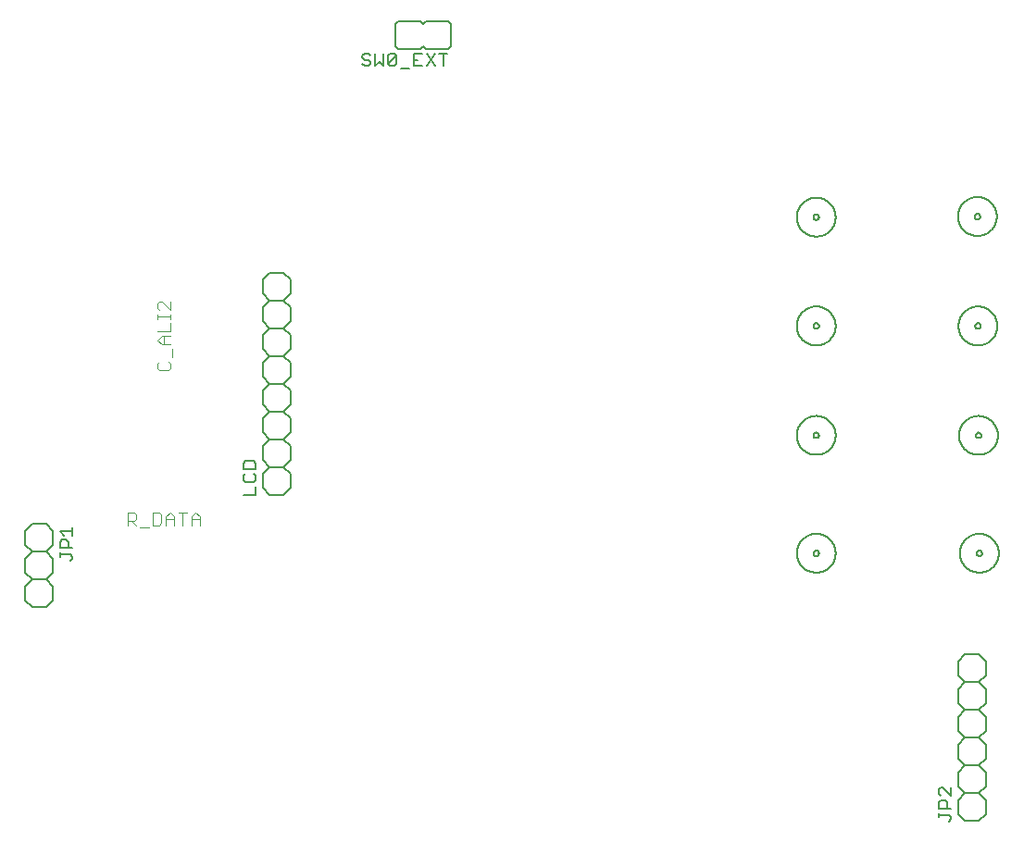
<source format=gbr>
G04 EAGLE Gerber X2 export*
%TF.Part,Single*%
%TF.FileFunction,Legend,Top,1*%
%TF.FilePolarity,Positive*%
%TF.GenerationSoftware,Autodesk,EAGLE,8.7.0*%
%TF.CreationDate,2018-04-01T16:58:45Z*%
G75*
%MOMM*%
%FSLAX34Y34*%
%LPD*%
%AMOC8*
5,1,8,0,0,1.08239X$1,22.5*%
G01*
%ADD10C,0.152400*%
%ADD11C,0.127000*%
%ADD12C,0.101600*%


D10*
X249174Y495808D02*
X249174Y508508D01*
X255524Y514858D01*
X268224Y514858D01*
X274574Y508508D01*
X249174Y470408D02*
X255524Y464058D01*
X249174Y470408D02*
X249174Y483108D01*
X255524Y489458D01*
X268224Y489458D01*
X274574Y483108D01*
X274574Y470408D01*
X268224Y464058D01*
X255524Y489458D02*
X249174Y495808D01*
X268224Y489458D02*
X274574Y495808D01*
X274574Y508508D01*
X249174Y432308D02*
X249174Y419608D01*
X249174Y432308D02*
X255524Y438658D01*
X268224Y438658D01*
X274574Y432308D01*
X255524Y438658D02*
X249174Y445008D01*
X249174Y457708D01*
X255524Y464058D01*
X268224Y464058D01*
X274574Y457708D01*
X274574Y445008D01*
X268224Y438658D01*
X249174Y394208D02*
X255524Y387858D01*
X249174Y394208D02*
X249174Y406908D01*
X255524Y413258D01*
X268224Y413258D01*
X274574Y406908D01*
X274574Y394208D01*
X268224Y387858D01*
X255524Y413258D02*
X249174Y419608D01*
X268224Y413258D02*
X274574Y419608D01*
X274574Y432308D01*
X249174Y356108D02*
X249174Y343408D01*
X249174Y356108D02*
X255524Y362458D01*
X268224Y362458D01*
X274574Y356108D01*
X255524Y362458D02*
X249174Y368808D01*
X249174Y381508D01*
X255524Y387858D01*
X268224Y387858D01*
X274574Y381508D01*
X274574Y368808D01*
X268224Y362458D01*
X268224Y337058D02*
X255524Y337058D01*
X249174Y343408D01*
X268224Y337058D02*
X274574Y343408D01*
X274574Y356108D01*
X249174Y521208D02*
X249174Y533908D01*
X255524Y540258D01*
X268224Y540258D01*
X274574Y533908D01*
X255524Y514858D02*
X249174Y521208D01*
X268224Y514858D02*
X274574Y521208D01*
X274574Y533908D01*
D11*
X242951Y336931D02*
X231511Y336931D01*
X242951Y336931D02*
X242951Y344558D01*
X231511Y354345D02*
X233418Y356251D01*
X231511Y354345D02*
X231511Y350532D01*
X233418Y348625D01*
X241044Y348625D01*
X242951Y350532D01*
X242951Y354345D01*
X241044Y356251D01*
X242951Y360319D02*
X231511Y360319D01*
X242951Y360319D02*
X242951Y366039D01*
X241044Y367945D01*
X233418Y367945D01*
X231511Y366039D01*
X231511Y360319D01*
D12*
X125466Y321086D02*
X125466Y309392D01*
X125466Y321086D02*
X131313Y321086D01*
X133262Y319137D01*
X133262Y315239D01*
X131313Y313290D01*
X125466Y313290D01*
X129364Y313290D02*
X133262Y309392D01*
X137160Y307443D02*
X144956Y307443D01*
X148854Y309392D02*
X148854Y321086D01*
X148854Y309392D02*
X154701Y309392D01*
X156650Y311341D01*
X156650Y319137D01*
X154701Y321086D01*
X148854Y321086D01*
X160548Y317188D02*
X160548Y309392D01*
X160548Y317188D02*
X164446Y321086D01*
X168344Y317188D01*
X168344Y309392D01*
X168344Y315239D02*
X160548Y315239D01*
X176140Y309392D02*
X176140Y321086D01*
X172242Y321086D02*
X180038Y321086D01*
X183936Y317188D02*
X183936Y309392D01*
X183936Y317188D02*
X187834Y321086D01*
X191732Y317188D01*
X191732Y309392D01*
X191732Y315239D02*
X183936Y315239D01*
D10*
X737578Y591299D02*
X737583Y591735D01*
X737599Y592171D01*
X737626Y592607D01*
X737664Y593042D01*
X737712Y593475D01*
X737770Y593908D01*
X737840Y594339D01*
X737920Y594768D01*
X738010Y595195D01*
X738111Y595619D01*
X738222Y596041D01*
X738344Y596460D01*
X738475Y596876D01*
X738617Y597289D01*
X738769Y597698D01*
X738931Y598103D01*
X739103Y598504D01*
X739285Y598901D01*
X739476Y599293D01*
X739677Y599680D01*
X739888Y600063D01*
X740108Y600440D01*
X740337Y600811D01*
X740574Y601177D01*
X740821Y601537D01*
X741077Y601891D01*
X741341Y602238D01*
X741614Y602579D01*
X741895Y602912D01*
X742184Y603239D01*
X742481Y603559D01*
X742786Y603871D01*
X743098Y604176D01*
X743418Y604473D01*
X743745Y604762D01*
X744078Y605043D01*
X744419Y605316D01*
X744766Y605580D01*
X745120Y605836D01*
X745480Y606083D01*
X745846Y606320D01*
X746217Y606549D01*
X746594Y606769D01*
X746977Y606980D01*
X747364Y607181D01*
X747756Y607372D01*
X748153Y607554D01*
X748554Y607726D01*
X748959Y607888D01*
X749368Y608040D01*
X749781Y608182D01*
X750197Y608313D01*
X750616Y608435D01*
X751038Y608546D01*
X751462Y608647D01*
X751889Y608737D01*
X752318Y608817D01*
X752749Y608887D01*
X753182Y608945D01*
X753615Y608993D01*
X754050Y609031D01*
X754486Y609058D01*
X754922Y609074D01*
X755358Y609079D01*
X755794Y609074D01*
X756230Y609058D01*
X756666Y609031D01*
X757101Y608993D01*
X757534Y608945D01*
X757967Y608887D01*
X758398Y608817D01*
X758827Y608737D01*
X759254Y608647D01*
X759678Y608546D01*
X760100Y608435D01*
X760519Y608313D01*
X760935Y608182D01*
X761348Y608040D01*
X761757Y607888D01*
X762162Y607726D01*
X762563Y607554D01*
X762960Y607372D01*
X763352Y607181D01*
X763739Y606980D01*
X764122Y606769D01*
X764499Y606549D01*
X764870Y606320D01*
X765236Y606083D01*
X765596Y605836D01*
X765950Y605580D01*
X766297Y605316D01*
X766638Y605043D01*
X766971Y604762D01*
X767298Y604473D01*
X767618Y604176D01*
X767930Y603871D01*
X768235Y603559D01*
X768532Y603239D01*
X768821Y602912D01*
X769102Y602579D01*
X769375Y602238D01*
X769639Y601891D01*
X769895Y601537D01*
X770142Y601177D01*
X770379Y600811D01*
X770608Y600440D01*
X770828Y600063D01*
X771039Y599680D01*
X771240Y599293D01*
X771431Y598901D01*
X771613Y598504D01*
X771785Y598103D01*
X771947Y597698D01*
X772099Y597289D01*
X772241Y596876D01*
X772372Y596460D01*
X772494Y596041D01*
X772605Y595619D01*
X772706Y595195D01*
X772796Y594768D01*
X772876Y594339D01*
X772946Y593908D01*
X773004Y593475D01*
X773052Y593042D01*
X773090Y592607D01*
X773117Y592171D01*
X773133Y591735D01*
X773138Y591299D01*
X773133Y590863D01*
X773117Y590427D01*
X773090Y589991D01*
X773052Y589556D01*
X773004Y589123D01*
X772946Y588690D01*
X772876Y588259D01*
X772796Y587830D01*
X772706Y587403D01*
X772605Y586979D01*
X772494Y586557D01*
X772372Y586138D01*
X772241Y585722D01*
X772099Y585309D01*
X771947Y584900D01*
X771785Y584495D01*
X771613Y584094D01*
X771431Y583697D01*
X771240Y583305D01*
X771039Y582918D01*
X770828Y582535D01*
X770608Y582158D01*
X770379Y581787D01*
X770142Y581421D01*
X769895Y581061D01*
X769639Y580707D01*
X769375Y580360D01*
X769102Y580019D01*
X768821Y579686D01*
X768532Y579359D01*
X768235Y579039D01*
X767930Y578727D01*
X767618Y578422D01*
X767298Y578125D01*
X766971Y577836D01*
X766638Y577555D01*
X766297Y577282D01*
X765950Y577018D01*
X765596Y576762D01*
X765236Y576515D01*
X764870Y576278D01*
X764499Y576049D01*
X764122Y575829D01*
X763739Y575618D01*
X763352Y575417D01*
X762960Y575226D01*
X762563Y575044D01*
X762162Y574872D01*
X761757Y574710D01*
X761348Y574558D01*
X760935Y574416D01*
X760519Y574285D01*
X760100Y574163D01*
X759678Y574052D01*
X759254Y573951D01*
X758827Y573861D01*
X758398Y573781D01*
X757967Y573711D01*
X757534Y573653D01*
X757101Y573605D01*
X756666Y573567D01*
X756230Y573540D01*
X755794Y573524D01*
X755358Y573519D01*
X754922Y573524D01*
X754486Y573540D01*
X754050Y573567D01*
X753615Y573605D01*
X753182Y573653D01*
X752749Y573711D01*
X752318Y573781D01*
X751889Y573861D01*
X751462Y573951D01*
X751038Y574052D01*
X750616Y574163D01*
X750197Y574285D01*
X749781Y574416D01*
X749368Y574558D01*
X748959Y574710D01*
X748554Y574872D01*
X748153Y575044D01*
X747756Y575226D01*
X747364Y575417D01*
X746977Y575618D01*
X746594Y575829D01*
X746217Y576049D01*
X745846Y576278D01*
X745480Y576515D01*
X745120Y576762D01*
X744766Y577018D01*
X744419Y577282D01*
X744078Y577555D01*
X743745Y577836D01*
X743418Y578125D01*
X743098Y578422D01*
X742786Y578727D01*
X742481Y579039D01*
X742184Y579359D01*
X741895Y579686D01*
X741614Y580019D01*
X741341Y580360D01*
X741077Y580707D01*
X740821Y581061D01*
X740574Y581421D01*
X740337Y581787D01*
X740108Y582158D01*
X739888Y582535D01*
X739677Y582918D01*
X739476Y583305D01*
X739285Y583697D01*
X739103Y584094D01*
X738931Y584495D01*
X738769Y584900D01*
X738617Y585309D01*
X738475Y585722D01*
X738344Y586138D01*
X738222Y586557D01*
X738111Y586979D01*
X738010Y587403D01*
X737920Y587830D01*
X737840Y588259D01*
X737770Y588690D01*
X737712Y589123D01*
X737664Y589556D01*
X737626Y589991D01*
X737599Y590427D01*
X737583Y590863D01*
X737578Y591299D01*
X752818Y591299D02*
X752820Y591399D01*
X752826Y591500D01*
X752836Y591599D01*
X752850Y591699D01*
X752867Y591798D01*
X752889Y591896D01*
X752915Y591993D01*
X752944Y592089D01*
X752977Y592183D01*
X753014Y592277D01*
X753054Y592369D01*
X753098Y592459D01*
X753146Y592547D01*
X753197Y592634D01*
X753251Y592718D01*
X753309Y592800D01*
X753370Y592880D01*
X753434Y592957D01*
X753501Y593032D01*
X753571Y593104D01*
X753644Y593173D01*
X753719Y593239D01*
X753797Y593303D01*
X753877Y593363D01*
X753960Y593420D01*
X754045Y593473D01*
X754132Y593523D01*
X754221Y593570D01*
X754311Y593613D01*
X754403Y593653D01*
X754497Y593689D01*
X754592Y593721D01*
X754688Y593749D01*
X754786Y593774D01*
X754884Y593794D01*
X754983Y593811D01*
X755083Y593824D01*
X755182Y593833D01*
X755283Y593838D01*
X755383Y593839D01*
X755483Y593836D01*
X755584Y593829D01*
X755683Y593818D01*
X755783Y593803D01*
X755881Y593785D01*
X755979Y593762D01*
X756076Y593735D01*
X756171Y593705D01*
X756266Y593671D01*
X756359Y593633D01*
X756450Y593592D01*
X756540Y593547D01*
X756628Y593499D01*
X756714Y593447D01*
X756798Y593392D01*
X756879Y593333D01*
X756958Y593271D01*
X757035Y593207D01*
X757109Y593139D01*
X757180Y593068D01*
X757249Y592995D01*
X757314Y592919D01*
X757377Y592840D01*
X757436Y592759D01*
X757492Y592676D01*
X757545Y592591D01*
X757594Y592503D01*
X757640Y592414D01*
X757682Y592323D01*
X757721Y592230D01*
X757756Y592136D01*
X757787Y592041D01*
X757815Y591944D01*
X757838Y591847D01*
X757858Y591748D01*
X757874Y591649D01*
X757886Y591550D01*
X757894Y591449D01*
X757898Y591349D01*
X757898Y591249D01*
X757894Y591149D01*
X757886Y591048D01*
X757874Y590949D01*
X757858Y590850D01*
X757838Y590751D01*
X757815Y590654D01*
X757787Y590557D01*
X757756Y590462D01*
X757721Y590368D01*
X757682Y590275D01*
X757640Y590184D01*
X757594Y590095D01*
X757545Y590007D01*
X757492Y589922D01*
X757436Y589839D01*
X757377Y589758D01*
X757314Y589679D01*
X757249Y589603D01*
X757180Y589530D01*
X757109Y589459D01*
X757035Y589391D01*
X756958Y589327D01*
X756879Y589265D01*
X756798Y589206D01*
X756714Y589151D01*
X756628Y589099D01*
X756540Y589051D01*
X756450Y589006D01*
X756359Y588965D01*
X756266Y588927D01*
X756171Y588893D01*
X756076Y588863D01*
X755979Y588836D01*
X755881Y588813D01*
X755783Y588795D01*
X755683Y588780D01*
X755584Y588769D01*
X755483Y588762D01*
X755383Y588759D01*
X755283Y588760D01*
X755182Y588765D01*
X755083Y588774D01*
X754983Y588787D01*
X754884Y588804D01*
X754786Y588824D01*
X754688Y588849D01*
X754592Y588877D01*
X754497Y588909D01*
X754403Y588945D01*
X754311Y588985D01*
X754221Y589028D01*
X754132Y589075D01*
X754045Y589125D01*
X753960Y589178D01*
X753877Y589235D01*
X753797Y589295D01*
X753719Y589359D01*
X753644Y589425D01*
X753571Y589494D01*
X753501Y589566D01*
X753434Y589641D01*
X753370Y589718D01*
X753309Y589798D01*
X753251Y589880D01*
X753197Y589964D01*
X753146Y590051D01*
X753098Y590139D01*
X753054Y590229D01*
X753014Y590321D01*
X752977Y590415D01*
X752944Y590509D01*
X752915Y590605D01*
X752889Y590702D01*
X752867Y590800D01*
X752850Y590899D01*
X752836Y590999D01*
X752826Y591098D01*
X752820Y591199D01*
X752818Y591299D01*
X396202Y747873D02*
X393662Y745333D01*
X396202Y747873D02*
X398742Y745333D01*
X396202Y768193D02*
X393662Y770733D01*
X396202Y768193D02*
X398742Y770733D01*
X419062Y770733D01*
X421602Y768193D01*
X373342Y770733D02*
X370802Y768193D01*
X373342Y770733D02*
X393662Y770733D01*
X370802Y768193D02*
X370802Y747873D01*
X373342Y745333D01*
X393662Y745333D01*
X398742Y745333D02*
X419062Y745333D01*
X421602Y747873D01*
X421602Y768193D01*
D11*
X348006Y738991D02*
X346099Y740898D01*
X342286Y740898D01*
X340379Y738991D01*
X340379Y737085D01*
X342286Y735178D01*
X346099Y735178D01*
X348006Y733271D01*
X348006Y731365D01*
X346099Y729458D01*
X342286Y729458D01*
X340379Y731365D01*
X352073Y729458D02*
X352073Y740898D01*
X355886Y733271D02*
X352073Y729458D01*
X355886Y733271D02*
X359700Y729458D01*
X359700Y740898D01*
X363767Y738991D02*
X363767Y731365D01*
X363767Y738991D02*
X365674Y740898D01*
X369487Y740898D01*
X371394Y738991D01*
X371394Y731365D01*
X369487Y729458D01*
X365674Y729458D01*
X363767Y731365D01*
X371394Y738991D01*
X375461Y727551D02*
X383087Y727551D01*
X387155Y740898D02*
X394781Y740898D01*
X387155Y740898D02*
X387155Y729458D01*
X394781Y729458D01*
X390968Y735178D02*
X387155Y735178D01*
X398849Y740898D02*
X406475Y729458D01*
X398849Y729458D02*
X406475Y740898D01*
X414356Y740898D02*
X414356Y729458D01*
X410543Y740898D02*
X418169Y740898D01*
D10*
X737578Y391607D02*
X737583Y392043D01*
X737599Y392479D01*
X737626Y392915D01*
X737664Y393350D01*
X737712Y393783D01*
X737770Y394216D01*
X737840Y394647D01*
X737920Y395076D01*
X738010Y395503D01*
X738111Y395927D01*
X738222Y396349D01*
X738344Y396768D01*
X738475Y397184D01*
X738617Y397597D01*
X738769Y398006D01*
X738931Y398411D01*
X739103Y398812D01*
X739285Y399209D01*
X739476Y399601D01*
X739677Y399988D01*
X739888Y400371D01*
X740108Y400748D01*
X740337Y401119D01*
X740574Y401485D01*
X740821Y401845D01*
X741077Y402199D01*
X741341Y402546D01*
X741614Y402887D01*
X741895Y403220D01*
X742184Y403547D01*
X742481Y403867D01*
X742786Y404179D01*
X743098Y404484D01*
X743418Y404781D01*
X743745Y405070D01*
X744078Y405351D01*
X744419Y405624D01*
X744766Y405888D01*
X745120Y406144D01*
X745480Y406391D01*
X745846Y406628D01*
X746217Y406857D01*
X746594Y407077D01*
X746977Y407288D01*
X747364Y407489D01*
X747756Y407680D01*
X748153Y407862D01*
X748554Y408034D01*
X748959Y408196D01*
X749368Y408348D01*
X749781Y408490D01*
X750197Y408621D01*
X750616Y408743D01*
X751038Y408854D01*
X751462Y408955D01*
X751889Y409045D01*
X752318Y409125D01*
X752749Y409195D01*
X753182Y409253D01*
X753615Y409301D01*
X754050Y409339D01*
X754486Y409366D01*
X754922Y409382D01*
X755358Y409387D01*
X755794Y409382D01*
X756230Y409366D01*
X756666Y409339D01*
X757101Y409301D01*
X757534Y409253D01*
X757967Y409195D01*
X758398Y409125D01*
X758827Y409045D01*
X759254Y408955D01*
X759678Y408854D01*
X760100Y408743D01*
X760519Y408621D01*
X760935Y408490D01*
X761348Y408348D01*
X761757Y408196D01*
X762162Y408034D01*
X762563Y407862D01*
X762960Y407680D01*
X763352Y407489D01*
X763739Y407288D01*
X764122Y407077D01*
X764499Y406857D01*
X764870Y406628D01*
X765236Y406391D01*
X765596Y406144D01*
X765950Y405888D01*
X766297Y405624D01*
X766638Y405351D01*
X766971Y405070D01*
X767298Y404781D01*
X767618Y404484D01*
X767930Y404179D01*
X768235Y403867D01*
X768532Y403547D01*
X768821Y403220D01*
X769102Y402887D01*
X769375Y402546D01*
X769639Y402199D01*
X769895Y401845D01*
X770142Y401485D01*
X770379Y401119D01*
X770608Y400748D01*
X770828Y400371D01*
X771039Y399988D01*
X771240Y399601D01*
X771431Y399209D01*
X771613Y398812D01*
X771785Y398411D01*
X771947Y398006D01*
X772099Y397597D01*
X772241Y397184D01*
X772372Y396768D01*
X772494Y396349D01*
X772605Y395927D01*
X772706Y395503D01*
X772796Y395076D01*
X772876Y394647D01*
X772946Y394216D01*
X773004Y393783D01*
X773052Y393350D01*
X773090Y392915D01*
X773117Y392479D01*
X773133Y392043D01*
X773138Y391607D01*
X773133Y391171D01*
X773117Y390735D01*
X773090Y390299D01*
X773052Y389864D01*
X773004Y389431D01*
X772946Y388998D01*
X772876Y388567D01*
X772796Y388138D01*
X772706Y387711D01*
X772605Y387287D01*
X772494Y386865D01*
X772372Y386446D01*
X772241Y386030D01*
X772099Y385617D01*
X771947Y385208D01*
X771785Y384803D01*
X771613Y384402D01*
X771431Y384005D01*
X771240Y383613D01*
X771039Y383226D01*
X770828Y382843D01*
X770608Y382466D01*
X770379Y382095D01*
X770142Y381729D01*
X769895Y381369D01*
X769639Y381015D01*
X769375Y380668D01*
X769102Y380327D01*
X768821Y379994D01*
X768532Y379667D01*
X768235Y379347D01*
X767930Y379035D01*
X767618Y378730D01*
X767298Y378433D01*
X766971Y378144D01*
X766638Y377863D01*
X766297Y377590D01*
X765950Y377326D01*
X765596Y377070D01*
X765236Y376823D01*
X764870Y376586D01*
X764499Y376357D01*
X764122Y376137D01*
X763739Y375926D01*
X763352Y375725D01*
X762960Y375534D01*
X762563Y375352D01*
X762162Y375180D01*
X761757Y375018D01*
X761348Y374866D01*
X760935Y374724D01*
X760519Y374593D01*
X760100Y374471D01*
X759678Y374360D01*
X759254Y374259D01*
X758827Y374169D01*
X758398Y374089D01*
X757967Y374019D01*
X757534Y373961D01*
X757101Y373913D01*
X756666Y373875D01*
X756230Y373848D01*
X755794Y373832D01*
X755358Y373827D01*
X754922Y373832D01*
X754486Y373848D01*
X754050Y373875D01*
X753615Y373913D01*
X753182Y373961D01*
X752749Y374019D01*
X752318Y374089D01*
X751889Y374169D01*
X751462Y374259D01*
X751038Y374360D01*
X750616Y374471D01*
X750197Y374593D01*
X749781Y374724D01*
X749368Y374866D01*
X748959Y375018D01*
X748554Y375180D01*
X748153Y375352D01*
X747756Y375534D01*
X747364Y375725D01*
X746977Y375926D01*
X746594Y376137D01*
X746217Y376357D01*
X745846Y376586D01*
X745480Y376823D01*
X745120Y377070D01*
X744766Y377326D01*
X744419Y377590D01*
X744078Y377863D01*
X743745Y378144D01*
X743418Y378433D01*
X743098Y378730D01*
X742786Y379035D01*
X742481Y379347D01*
X742184Y379667D01*
X741895Y379994D01*
X741614Y380327D01*
X741341Y380668D01*
X741077Y381015D01*
X740821Y381369D01*
X740574Y381729D01*
X740337Y382095D01*
X740108Y382466D01*
X739888Y382843D01*
X739677Y383226D01*
X739476Y383613D01*
X739285Y384005D01*
X739103Y384402D01*
X738931Y384803D01*
X738769Y385208D01*
X738617Y385617D01*
X738475Y386030D01*
X738344Y386446D01*
X738222Y386865D01*
X738111Y387287D01*
X738010Y387711D01*
X737920Y388138D01*
X737840Y388567D01*
X737770Y388998D01*
X737712Y389431D01*
X737664Y389864D01*
X737626Y390299D01*
X737599Y390735D01*
X737583Y391171D01*
X737578Y391607D01*
X752818Y391607D02*
X752820Y391707D01*
X752826Y391808D01*
X752836Y391907D01*
X752850Y392007D01*
X752867Y392106D01*
X752889Y392204D01*
X752915Y392301D01*
X752944Y392397D01*
X752977Y392491D01*
X753014Y392585D01*
X753054Y392677D01*
X753098Y392767D01*
X753146Y392855D01*
X753197Y392942D01*
X753251Y393026D01*
X753309Y393108D01*
X753370Y393188D01*
X753434Y393265D01*
X753501Y393340D01*
X753571Y393412D01*
X753644Y393481D01*
X753719Y393547D01*
X753797Y393611D01*
X753877Y393671D01*
X753960Y393728D01*
X754045Y393781D01*
X754132Y393831D01*
X754221Y393878D01*
X754311Y393921D01*
X754403Y393961D01*
X754497Y393997D01*
X754592Y394029D01*
X754688Y394057D01*
X754786Y394082D01*
X754884Y394102D01*
X754983Y394119D01*
X755083Y394132D01*
X755182Y394141D01*
X755283Y394146D01*
X755383Y394147D01*
X755483Y394144D01*
X755584Y394137D01*
X755683Y394126D01*
X755783Y394111D01*
X755881Y394093D01*
X755979Y394070D01*
X756076Y394043D01*
X756171Y394013D01*
X756266Y393979D01*
X756359Y393941D01*
X756450Y393900D01*
X756540Y393855D01*
X756628Y393807D01*
X756714Y393755D01*
X756798Y393700D01*
X756879Y393641D01*
X756958Y393579D01*
X757035Y393515D01*
X757109Y393447D01*
X757180Y393376D01*
X757249Y393303D01*
X757314Y393227D01*
X757377Y393148D01*
X757436Y393067D01*
X757492Y392984D01*
X757545Y392899D01*
X757594Y392811D01*
X757640Y392722D01*
X757682Y392631D01*
X757721Y392538D01*
X757756Y392444D01*
X757787Y392349D01*
X757815Y392252D01*
X757838Y392155D01*
X757858Y392056D01*
X757874Y391957D01*
X757886Y391858D01*
X757894Y391757D01*
X757898Y391657D01*
X757898Y391557D01*
X757894Y391457D01*
X757886Y391356D01*
X757874Y391257D01*
X757858Y391158D01*
X757838Y391059D01*
X757815Y390962D01*
X757787Y390865D01*
X757756Y390770D01*
X757721Y390676D01*
X757682Y390583D01*
X757640Y390492D01*
X757594Y390403D01*
X757545Y390315D01*
X757492Y390230D01*
X757436Y390147D01*
X757377Y390066D01*
X757314Y389987D01*
X757249Y389911D01*
X757180Y389838D01*
X757109Y389767D01*
X757035Y389699D01*
X756958Y389635D01*
X756879Y389573D01*
X756798Y389514D01*
X756714Y389459D01*
X756628Y389407D01*
X756540Y389359D01*
X756450Y389314D01*
X756359Y389273D01*
X756266Y389235D01*
X756171Y389201D01*
X756076Y389171D01*
X755979Y389144D01*
X755881Y389121D01*
X755783Y389103D01*
X755683Y389088D01*
X755584Y389077D01*
X755483Y389070D01*
X755383Y389067D01*
X755283Y389068D01*
X755182Y389073D01*
X755083Y389082D01*
X754983Y389095D01*
X754884Y389112D01*
X754786Y389132D01*
X754688Y389157D01*
X754592Y389185D01*
X754497Y389217D01*
X754403Y389253D01*
X754311Y389293D01*
X754221Y389336D01*
X754132Y389383D01*
X754045Y389433D01*
X753960Y389486D01*
X753877Y389543D01*
X753797Y389603D01*
X753719Y389667D01*
X753644Y389733D01*
X753571Y389802D01*
X753501Y389874D01*
X753434Y389949D01*
X753370Y390026D01*
X753309Y390106D01*
X753251Y390188D01*
X753197Y390272D01*
X753146Y390359D01*
X753098Y390447D01*
X753054Y390537D01*
X753014Y390629D01*
X752977Y390723D01*
X752944Y390817D01*
X752915Y390913D01*
X752889Y391010D01*
X752867Y391108D01*
X752850Y391207D01*
X752836Y391307D01*
X752826Y391406D01*
X752820Y391507D01*
X752818Y391607D01*
X884944Y591924D02*
X884949Y592360D01*
X884965Y592796D01*
X884992Y593232D01*
X885030Y593667D01*
X885078Y594100D01*
X885136Y594533D01*
X885206Y594964D01*
X885286Y595393D01*
X885376Y595820D01*
X885477Y596244D01*
X885588Y596666D01*
X885710Y597085D01*
X885841Y597501D01*
X885983Y597914D01*
X886135Y598323D01*
X886297Y598728D01*
X886469Y599129D01*
X886651Y599526D01*
X886842Y599918D01*
X887043Y600305D01*
X887254Y600688D01*
X887474Y601065D01*
X887703Y601436D01*
X887940Y601802D01*
X888187Y602162D01*
X888443Y602516D01*
X888707Y602863D01*
X888980Y603204D01*
X889261Y603537D01*
X889550Y603864D01*
X889847Y604184D01*
X890152Y604496D01*
X890464Y604801D01*
X890784Y605098D01*
X891111Y605387D01*
X891444Y605668D01*
X891785Y605941D01*
X892132Y606205D01*
X892486Y606461D01*
X892846Y606708D01*
X893212Y606945D01*
X893583Y607174D01*
X893960Y607394D01*
X894343Y607605D01*
X894730Y607806D01*
X895122Y607997D01*
X895519Y608179D01*
X895920Y608351D01*
X896325Y608513D01*
X896734Y608665D01*
X897147Y608807D01*
X897563Y608938D01*
X897982Y609060D01*
X898404Y609171D01*
X898828Y609272D01*
X899255Y609362D01*
X899684Y609442D01*
X900115Y609512D01*
X900548Y609570D01*
X900981Y609618D01*
X901416Y609656D01*
X901852Y609683D01*
X902288Y609699D01*
X902724Y609704D01*
X903160Y609699D01*
X903596Y609683D01*
X904032Y609656D01*
X904467Y609618D01*
X904900Y609570D01*
X905333Y609512D01*
X905764Y609442D01*
X906193Y609362D01*
X906620Y609272D01*
X907044Y609171D01*
X907466Y609060D01*
X907885Y608938D01*
X908301Y608807D01*
X908714Y608665D01*
X909123Y608513D01*
X909528Y608351D01*
X909929Y608179D01*
X910326Y607997D01*
X910718Y607806D01*
X911105Y607605D01*
X911488Y607394D01*
X911865Y607174D01*
X912236Y606945D01*
X912602Y606708D01*
X912962Y606461D01*
X913316Y606205D01*
X913663Y605941D01*
X914004Y605668D01*
X914337Y605387D01*
X914664Y605098D01*
X914984Y604801D01*
X915296Y604496D01*
X915601Y604184D01*
X915898Y603864D01*
X916187Y603537D01*
X916468Y603204D01*
X916741Y602863D01*
X917005Y602516D01*
X917261Y602162D01*
X917508Y601802D01*
X917745Y601436D01*
X917974Y601065D01*
X918194Y600688D01*
X918405Y600305D01*
X918606Y599918D01*
X918797Y599526D01*
X918979Y599129D01*
X919151Y598728D01*
X919313Y598323D01*
X919465Y597914D01*
X919607Y597501D01*
X919738Y597085D01*
X919860Y596666D01*
X919971Y596244D01*
X920072Y595820D01*
X920162Y595393D01*
X920242Y594964D01*
X920312Y594533D01*
X920370Y594100D01*
X920418Y593667D01*
X920456Y593232D01*
X920483Y592796D01*
X920499Y592360D01*
X920504Y591924D01*
X920499Y591488D01*
X920483Y591052D01*
X920456Y590616D01*
X920418Y590181D01*
X920370Y589748D01*
X920312Y589315D01*
X920242Y588884D01*
X920162Y588455D01*
X920072Y588028D01*
X919971Y587604D01*
X919860Y587182D01*
X919738Y586763D01*
X919607Y586347D01*
X919465Y585934D01*
X919313Y585525D01*
X919151Y585120D01*
X918979Y584719D01*
X918797Y584322D01*
X918606Y583930D01*
X918405Y583543D01*
X918194Y583160D01*
X917974Y582783D01*
X917745Y582412D01*
X917508Y582046D01*
X917261Y581686D01*
X917005Y581332D01*
X916741Y580985D01*
X916468Y580644D01*
X916187Y580311D01*
X915898Y579984D01*
X915601Y579664D01*
X915296Y579352D01*
X914984Y579047D01*
X914664Y578750D01*
X914337Y578461D01*
X914004Y578180D01*
X913663Y577907D01*
X913316Y577643D01*
X912962Y577387D01*
X912602Y577140D01*
X912236Y576903D01*
X911865Y576674D01*
X911488Y576454D01*
X911105Y576243D01*
X910718Y576042D01*
X910326Y575851D01*
X909929Y575669D01*
X909528Y575497D01*
X909123Y575335D01*
X908714Y575183D01*
X908301Y575041D01*
X907885Y574910D01*
X907466Y574788D01*
X907044Y574677D01*
X906620Y574576D01*
X906193Y574486D01*
X905764Y574406D01*
X905333Y574336D01*
X904900Y574278D01*
X904467Y574230D01*
X904032Y574192D01*
X903596Y574165D01*
X903160Y574149D01*
X902724Y574144D01*
X902288Y574149D01*
X901852Y574165D01*
X901416Y574192D01*
X900981Y574230D01*
X900548Y574278D01*
X900115Y574336D01*
X899684Y574406D01*
X899255Y574486D01*
X898828Y574576D01*
X898404Y574677D01*
X897982Y574788D01*
X897563Y574910D01*
X897147Y575041D01*
X896734Y575183D01*
X896325Y575335D01*
X895920Y575497D01*
X895519Y575669D01*
X895122Y575851D01*
X894730Y576042D01*
X894343Y576243D01*
X893960Y576454D01*
X893583Y576674D01*
X893212Y576903D01*
X892846Y577140D01*
X892486Y577387D01*
X892132Y577643D01*
X891785Y577907D01*
X891444Y578180D01*
X891111Y578461D01*
X890784Y578750D01*
X890464Y579047D01*
X890152Y579352D01*
X889847Y579664D01*
X889550Y579984D01*
X889261Y580311D01*
X888980Y580644D01*
X888707Y580985D01*
X888443Y581332D01*
X888187Y581686D01*
X887940Y582046D01*
X887703Y582412D01*
X887474Y582783D01*
X887254Y583160D01*
X887043Y583543D01*
X886842Y583930D01*
X886651Y584322D01*
X886469Y584719D01*
X886297Y585120D01*
X886135Y585525D01*
X885983Y585934D01*
X885841Y586347D01*
X885710Y586763D01*
X885588Y587182D01*
X885477Y587604D01*
X885376Y588028D01*
X885286Y588455D01*
X885206Y588884D01*
X885136Y589315D01*
X885078Y589748D01*
X885030Y590181D01*
X884992Y590616D01*
X884965Y591052D01*
X884949Y591488D01*
X884944Y591924D01*
X900184Y591924D02*
X900186Y592024D01*
X900192Y592125D01*
X900202Y592224D01*
X900216Y592324D01*
X900233Y592423D01*
X900255Y592521D01*
X900281Y592618D01*
X900310Y592714D01*
X900343Y592808D01*
X900380Y592902D01*
X900420Y592994D01*
X900464Y593084D01*
X900512Y593172D01*
X900563Y593259D01*
X900617Y593343D01*
X900675Y593425D01*
X900736Y593505D01*
X900800Y593582D01*
X900867Y593657D01*
X900937Y593729D01*
X901010Y593798D01*
X901085Y593864D01*
X901163Y593928D01*
X901243Y593988D01*
X901326Y594045D01*
X901411Y594098D01*
X901498Y594148D01*
X901587Y594195D01*
X901677Y594238D01*
X901769Y594278D01*
X901863Y594314D01*
X901958Y594346D01*
X902054Y594374D01*
X902152Y594399D01*
X902250Y594419D01*
X902349Y594436D01*
X902449Y594449D01*
X902548Y594458D01*
X902649Y594463D01*
X902749Y594464D01*
X902849Y594461D01*
X902950Y594454D01*
X903049Y594443D01*
X903149Y594428D01*
X903247Y594410D01*
X903345Y594387D01*
X903442Y594360D01*
X903537Y594330D01*
X903632Y594296D01*
X903725Y594258D01*
X903816Y594217D01*
X903906Y594172D01*
X903994Y594124D01*
X904080Y594072D01*
X904164Y594017D01*
X904245Y593958D01*
X904324Y593896D01*
X904401Y593832D01*
X904475Y593764D01*
X904546Y593693D01*
X904615Y593620D01*
X904680Y593544D01*
X904743Y593465D01*
X904802Y593384D01*
X904858Y593301D01*
X904911Y593216D01*
X904960Y593128D01*
X905006Y593039D01*
X905048Y592948D01*
X905087Y592855D01*
X905122Y592761D01*
X905153Y592666D01*
X905181Y592569D01*
X905204Y592472D01*
X905224Y592373D01*
X905240Y592274D01*
X905252Y592175D01*
X905260Y592074D01*
X905264Y591974D01*
X905264Y591874D01*
X905260Y591774D01*
X905252Y591673D01*
X905240Y591574D01*
X905224Y591475D01*
X905204Y591376D01*
X905181Y591279D01*
X905153Y591182D01*
X905122Y591087D01*
X905087Y590993D01*
X905048Y590900D01*
X905006Y590809D01*
X904960Y590720D01*
X904911Y590632D01*
X904858Y590547D01*
X904802Y590464D01*
X904743Y590383D01*
X904680Y590304D01*
X904615Y590228D01*
X904546Y590155D01*
X904475Y590084D01*
X904401Y590016D01*
X904324Y589952D01*
X904245Y589890D01*
X904164Y589831D01*
X904080Y589776D01*
X903994Y589724D01*
X903906Y589676D01*
X903816Y589631D01*
X903725Y589590D01*
X903632Y589552D01*
X903537Y589518D01*
X903442Y589488D01*
X903345Y589461D01*
X903247Y589438D01*
X903149Y589420D01*
X903049Y589405D01*
X902950Y589394D01*
X902849Y589387D01*
X902749Y589384D01*
X902649Y589385D01*
X902548Y589390D01*
X902449Y589399D01*
X902349Y589412D01*
X902250Y589429D01*
X902152Y589449D01*
X902054Y589474D01*
X901958Y589502D01*
X901863Y589534D01*
X901769Y589570D01*
X901677Y589610D01*
X901587Y589653D01*
X901498Y589700D01*
X901411Y589750D01*
X901326Y589803D01*
X901243Y589860D01*
X901163Y589920D01*
X901085Y589984D01*
X901010Y590050D01*
X900937Y590119D01*
X900867Y590191D01*
X900800Y590266D01*
X900736Y590343D01*
X900675Y590423D01*
X900617Y590505D01*
X900563Y590589D01*
X900512Y590676D01*
X900464Y590764D01*
X900420Y590854D01*
X900380Y590946D01*
X900343Y591040D01*
X900310Y591134D01*
X900281Y591230D01*
X900255Y591327D01*
X900233Y591425D01*
X900216Y591524D01*
X900202Y591624D01*
X900192Y591723D01*
X900186Y591824D01*
X900184Y591924D01*
X885452Y491746D02*
X885457Y492182D01*
X885473Y492618D01*
X885500Y493054D01*
X885538Y493489D01*
X885586Y493922D01*
X885644Y494355D01*
X885714Y494786D01*
X885794Y495215D01*
X885884Y495642D01*
X885985Y496066D01*
X886096Y496488D01*
X886218Y496907D01*
X886349Y497323D01*
X886491Y497736D01*
X886643Y498145D01*
X886805Y498550D01*
X886977Y498951D01*
X887159Y499348D01*
X887350Y499740D01*
X887551Y500127D01*
X887762Y500510D01*
X887982Y500887D01*
X888211Y501258D01*
X888448Y501624D01*
X888695Y501984D01*
X888951Y502338D01*
X889215Y502685D01*
X889488Y503026D01*
X889769Y503359D01*
X890058Y503686D01*
X890355Y504006D01*
X890660Y504318D01*
X890972Y504623D01*
X891292Y504920D01*
X891619Y505209D01*
X891952Y505490D01*
X892293Y505763D01*
X892640Y506027D01*
X892994Y506283D01*
X893354Y506530D01*
X893720Y506767D01*
X894091Y506996D01*
X894468Y507216D01*
X894851Y507427D01*
X895238Y507628D01*
X895630Y507819D01*
X896027Y508001D01*
X896428Y508173D01*
X896833Y508335D01*
X897242Y508487D01*
X897655Y508629D01*
X898071Y508760D01*
X898490Y508882D01*
X898912Y508993D01*
X899336Y509094D01*
X899763Y509184D01*
X900192Y509264D01*
X900623Y509334D01*
X901056Y509392D01*
X901489Y509440D01*
X901924Y509478D01*
X902360Y509505D01*
X902796Y509521D01*
X903232Y509526D01*
X903668Y509521D01*
X904104Y509505D01*
X904540Y509478D01*
X904975Y509440D01*
X905408Y509392D01*
X905841Y509334D01*
X906272Y509264D01*
X906701Y509184D01*
X907128Y509094D01*
X907552Y508993D01*
X907974Y508882D01*
X908393Y508760D01*
X908809Y508629D01*
X909222Y508487D01*
X909631Y508335D01*
X910036Y508173D01*
X910437Y508001D01*
X910834Y507819D01*
X911226Y507628D01*
X911613Y507427D01*
X911996Y507216D01*
X912373Y506996D01*
X912744Y506767D01*
X913110Y506530D01*
X913470Y506283D01*
X913824Y506027D01*
X914171Y505763D01*
X914512Y505490D01*
X914845Y505209D01*
X915172Y504920D01*
X915492Y504623D01*
X915804Y504318D01*
X916109Y504006D01*
X916406Y503686D01*
X916695Y503359D01*
X916976Y503026D01*
X917249Y502685D01*
X917513Y502338D01*
X917769Y501984D01*
X918016Y501624D01*
X918253Y501258D01*
X918482Y500887D01*
X918702Y500510D01*
X918913Y500127D01*
X919114Y499740D01*
X919305Y499348D01*
X919487Y498951D01*
X919659Y498550D01*
X919821Y498145D01*
X919973Y497736D01*
X920115Y497323D01*
X920246Y496907D01*
X920368Y496488D01*
X920479Y496066D01*
X920580Y495642D01*
X920670Y495215D01*
X920750Y494786D01*
X920820Y494355D01*
X920878Y493922D01*
X920926Y493489D01*
X920964Y493054D01*
X920991Y492618D01*
X921007Y492182D01*
X921012Y491746D01*
X921007Y491310D01*
X920991Y490874D01*
X920964Y490438D01*
X920926Y490003D01*
X920878Y489570D01*
X920820Y489137D01*
X920750Y488706D01*
X920670Y488277D01*
X920580Y487850D01*
X920479Y487426D01*
X920368Y487004D01*
X920246Y486585D01*
X920115Y486169D01*
X919973Y485756D01*
X919821Y485347D01*
X919659Y484942D01*
X919487Y484541D01*
X919305Y484144D01*
X919114Y483752D01*
X918913Y483365D01*
X918702Y482982D01*
X918482Y482605D01*
X918253Y482234D01*
X918016Y481868D01*
X917769Y481508D01*
X917513Y481154D01*
X917249Y480807D01*
X916976Y480466D01*
X916695Y480133D01*
X916406Y479806D01*
X916109Y479486D01*
X915804Y479174D01*
X915492Y478869D01*
X915172Y478572D01*
X914845Y478283D01*
X914512Y478002D01*
X914171Y477729D01*
X913824Y477465D01*
X913470Y477209D01*
X913110Y476962D01*
X912744Y476725D01*
X912373Y476496D01*
X911996Y476276D01*
X911613Y476065D01*
X911226Y475864D01*
X910834Y475673D01*
X910437Y475491D01*
X910036Y475319D01*
X909631Y475157D01*
X909222Y475005D01*
X908809Y474863D01*
X908393Y474732D01*
X907974Y474610D01*
X907552Y474499D01*
X907128Y474398D01*
X906701Y474308D01*
X906272Y474228D01*
X905841Y474158D01*
X905408Y474100D01*
X904975Y474052D01*
X904540Y474014D01*
X904104Y473987D01*
X903668Y473971D01*
X903232Y473966D01*
X902796Y473971D01*
X902360Y473987D01*
X901924Y474014D01*
X901489Y474052D01*
X901056Y474100D01*
X900623Y474158D01*
X900192Y474228D01*
X899763Y474308D01*
X899336Y474398D01*
X898912Y474499D01*
X898490Y474610D01*
X898071Y474732D01*
X897655Y474863D01*
X897242Y475005D01*
X896833Y475157D01*
X896428Y475319D01*
X896027Y475491D01*
X895630Y475673D01*
X895238Y475864D01*
X894851Y476065D01*
X894468Y476276D01*
X894091Y476496D01*
X893720Y476725D01*
X893354Y476962D01*
X892994Y477209D01*
X892640Y477465D01*
X892293Y477729D01*
X891952Y478002D01*
X891619Y478283D01*
X891292Y478572D01*
X890972Y478869D01*
X890660Y479174D01*
X890355Y479486D01*
X890058Y479806D01*
X889769Y480133D01*
X889488Y480466D01*
X889215Y480807D01*
X888951Y481154D01*
X888695Y481508D01*
X888448Y481868D01*
X888211Y482234D01*
X887982Y482605D01*
X887762Y482982D01*
X887551Y483365D01*
X887350Y483752D01*
X887159Y484144D01*
X886977Y484541D01*
X886805Y484942D01*
X886643Y485347D01*
X886491Y485756D01*
X886349Y486169D01*
X886218Y486585D01*
X886096Y487004D01*
X885985Y487426D01*
X885884Y487850D01*
X885794Y488277D01*
X885714Y488706D01*
X885644Y489137D01*
X885586Y489570D01*
X885538Y490003D01*
X885500Y490438D01*
X885473Y490874D01*
X885457Y491310D01*
X885452Y491746D01*
X900692Y491746D02*
X900694Y491846D01*
X900700Y491947D01*
X900710Y492046D01*
X900724Y492146D01*
X900741Y492245D01*
X900763Y492343D01*
X900789Y492440D01*
X900818Y492536D01*
X900851Y492630D01*
X900888Y492724D01*
X900928Y492816D01*
X900972Y492906D01*
X901020Y492994D01*
X901071Y493081D01*
X901125Y493165D01*
X901183Y493247D01*
X901244Y493327D01*
X901308Y493404D01*
X901375Y493479D01*
X901445Y493551D01*
X901518Y493620D01*
X901593Y493686D01*
X901671Y493750D01*
X901751Y493810D01*
X901834Y493867D01*
X901919Y493920D01*
X902006Y493970D01*
X902095Y494017D01*
X902185Y494060D01*
X902277Y494100D01*
X902371Y494136D01*
X902466Y494168D01*
X902562Y494196D01*
X902660Y494221D01*
X902758Y494241D01*
X902857Y494258D01*
X902957Y494271D01*
X903056Y494280D01*
X903157Y494285D01*
X903257Y494286D01*
X903357Y494283D01*
X903458Y494276D01*
X903557Y494265D01*
X903657Y494250D01*
X903755Y494232D01*
X903853Y494209D01*
X903950Y494182D01*
X904045Y494152D01*
X904140Y494118D01*
X904233Y494080D01*
X904324Y494039D01*
X904414Y493994D01*
X904502Y493946D01*
X904588Y493894D01*
X904672Y493839D01*
X904753Y493780D01*
X904832Y493718D01*
X904909Y493654D01*
X904983Y493586D01*
X905054Y493515D01*
X905123Y493442D01*
X905188Y493366D01*
X905251Y493287D01*
X905310Y493206D01*
X905366Y493123D01*
X905419Y493038D01*
X905468Y492950D01*
X905514Y492861D01*
X905556Y492770D01*
X905595Y492677D01*
X905630Y492583D01*
X905661Y492488D01*
X905689Y492391D01*
X905712Y492294D01*
X905732Y492195D01*
X905748Y492096D01*
X905760Y491997D01*
X905768Y491896D01*
X905772Y491796D01*
X905772Y491696D01*
X905768Y491596D01*
X905760Y491495D01*
X905748Y491396D01*
X905732Y491297D01*
X905712Y491198D01*
X905689Y491101D01*
X905661Y491004D01*
X905630Y490909D01*
X905595Y490815D01*
X905556Y490722D01*
X905514Y490631D01*
X905468Y490542D01*
X905419Y490454D01*
X905366Y490369D01*
X905310Y490286D01*
X905251Y490205D01*
X905188Y490126D01*
X905123Y490050D01*
X905054Y489977D01*
X904983Y489906D01*
X904909Y489838D01*
X904832Y489774D01*
X904753Y489712D01*
X904672Y489653D01*
X904588Y489598D01*
X904502Y489546D01*
X904414Y489498D01*
X904324Y489453D01*
X904233Y489412D01*
X904140Y489374D01*
X904045Y489340D01*
X903950Y489310D01*
X903853Y489283D01*
X903755Y489260D01*
X903657Y489242D01*
X903557Y489227D01*
X903458Y489216D01*
X903357Y489209D01*
X903257Y489206D01*
X903157Y489207D01*
X903056Y489212D01*
X902957Y489221D01*
X902857Y489234D01*
X902758Y489251D01*
X902660Y489271D01*
X902562Y489296D01*
X902466Y489324D01*
X902371Y489356D01*
X902277Y489392D01*
X902185Y489432D01*
X902095Y489475D01*
X902006Y489522D01*
X901919Y489572D01*
X901834Y489625D01*
X901751Y489682D01*
X901671Y489742D01*
X901593Y489806D01*
X901518Y489872D01*
X901445Y489941D01*
X901375Y490013D01*
X901308Y490088D01*
X901244Y490165D01*
X901183Y490245D01*
X901125Y490327D01*
X901071Y490411D01*
X901020Y490498D01*
X900972Y490586D01*
X900928Y490676D01*
X900888Y490768D01*
X900851Y490862D01*
X900818Y490956D01*
X900789Y491052D01*
X900763Y491149D01*
X900741Y491247D01*
X900724Y491346D01*
X900710Y491446D01*
X900700Y491545D01*
X900694Y491646D01*
X900692Y491746D01*
X885960Y391607D02*
X885965Y392043D01*
X885981Y392479D01*
X886008Y392915D01*
X886046Y393350D01*
X886094Y393783D01*
X886152Y394216D01*
X886222Y394647D01*
X886302Y395076D01*
X886392Y395503D01*
X886493Y395927D01*
X886604Y396349D01*
X886726Y396768D01*
X886857Y397184D01*
X886999Y397597D01*
X887151Y398006D01*
X887313Y398411D01*
X887485Y398812D01*
X887667Y399209D01*
X887858Y399601D01*
X888059Y399988D01*
X888270Y400371D01*
X888490Y400748D01*
X888719Y401119D01*
X888956Y401485D01*
X889203Y401845D01*
X889459Y402199D01*
X889723Y402546D01*
X889996Y402887D01*
X890277Y403220D01*
X890566Y403547D01*
X890863Y403867D01*
X891168Y404179D01*
X891480Y404484D01*
X891800Y404781D01*
X892127Y405070D01*
X892460Y405351D01*
X892801Y405624D01*
X893148Y405888D01*
X893502Y406144D01*
X893862Y406391D01*
X894228Y406628D01*
X894599Y406857D01*
X894976Y407077D01*
X895359Y407288D01*
X895746Y407489D01*
X896138Y407680D01*
X896535Y407862D01*
X896936Y408034D01*
X897341Y408196D01*
X897750Y408348D01*
X898163Y408490D01*
X898579Y408621D01*
X898998Y408743D01*
X899420Y408854D01*
X899844Y408955D01*
X900271Y409045D01*
X900700Y409125D01*
X901131Y409195D01*
X901564Y409253D01*
X901997Y409301D01*
X902432Y409339D01*
X902868Y409366D01*
X903304Y409382D01*
X903740Y409387D01*
X904176Y409382D01*
X904612Y409366D01*
X905048Y409339D01*
X905483Y409301D01*
X905916Y409253D01*
X906349Y409195D01*
X906780Y409125D01*
X907209Y409045D01*
X907636Y408955D01*
X908060Y408854D01*
X908482Y408743D01*
X908901Y408621D01*
X909317Y408490D01*
X909730Y408348D01*
X910139Y408196D01*
X910544Y408034D01*
X910945Y407862D01*
X911342Y407680D01*
X911734Y407489D01*
X912121Y407288D01*
X912504Y407077D01*
X912881Y406857D01*
X913252Y406628D01*
X913618Y406391D01*
X913978Y406144D01*
X914332Y405888D01*
X914679Y405624D01*
X915020Y405351D01*
X915353Y405070D01*
X915680Y404781D01*
X916000Y404484D01*
X916312Y404179D01*
X916617Y403867D01*
X916914Y403547D01*
X917203Y403220D01*
X917484Y402887D01*
X917757Y402546D01*
X918021Y402199D01*
X918277Y401845D01*
X918524Y401485D01*
X918761Y401119D01*
X918990Y400748D01*
X919210Y400371D01*
X919421Y399988D01*
X919622Y399601D01*
X919813Y399209D01*
X919995Y398812D01*
X920167Y398411D01*
X920329Y398006D01*
X920481Y397597D01*
X920623Y397184D01*
X920754Y396768D01*
X920876Y396349D01*
X920987Y395927D01*
X921088Y395503D01*
X921178Y395076D01*
X921258Y394647D01*
X921328Y394216D01*
X921386Y393783D01*
X921434Y393350D01*
X921472Y392915D01*
X921499Y392479D01*
X921515Y392043D01*
X921520Y391607D01*
X921515Y391171D01*
X921499Y390735D01*
X921472Y390299D01*
X921434Y389864D01*
X921386Y389431D01*
X921328Y388998D01*
X921258Y388567D01*
X921178Y388138D01*
X921088Y387711D01*
X920987Y387287D01*
X920876Y386865D01*
X920754Y386446D01*
X920623Y386030D01*
X920481Y385617D01*
X920329Y385208D01*
X920167Y384803D01*
X919995Y384402D01*
X919813Y384005D01*
X919622Y383613D01*
X919421Y383226D01*
X919210Y382843D01*
X918990Y382466D01*
X918761Y382095D01*
X918524Y381729D01*
X918277Y381369D01*
X918021Y381015D01*
X917757Y380668D01*
X917484Y380327D01*
X917203Y379994D01*
X916914Y379667D01*
X916617Y379347D01*
X916312Y379035D01*
X916000Y378730D01*
X915680Y378433D01*
X915353Y378144D01*
X915020Y377863D01*
X914679Y377590D01*
X914332Y377326D01*
X913978Y377070D01*
X913618Y376823D01*
X913252Y376586D01*
X912881Y376357D01*
X912504Y376137D01*
X912121Y375926D01*
X911734Y375725D01*
X911342Y375534D01*
X910945Y375352D01*
X910544Y375180D01*
X910139Y375018D01*
X909730Y374866D01*
X909317Y374724D01*
X908901Y374593D01*
X908482Y374471D01*
X908060Y374360D01*
X907636Y374259D01*
X907209Y374169D01*
X906780Y374089D01*
X906349Y374019D01*
X905916Y373961D01*
X905483Y373913D01*
X905048Y373875D01*
X904612Y373848D01*
X904176Y373832D01*
X903740Y373827D01*
X903304Y373832D01*
X902868Y373848D01*
X902432Y373875D01*
X901997Y373913D01*
X901564Y373961D01*
X901131Y374019D01*
X900700Y374089D01*
X900271Y374169D01*
X899844Y374259D01*
X899420Y374360D01*
X898998Y374471D01*
X898579Y374593D01*
X898163Y374724D01*
X897750Y374866D01*
X897341Y375018D01*
X896936Y375180D01*
X896535Y375352D01*
X896138Y375534D01*
X895746Y375725D01*
X895359Y375926D01*
X894976Y376137D01*
X894599Y376357D01*
X894228Y376586D01*
X893862Y376823D01*
X893502Y377070D01*
X893148Y377326D01*
X892801Y377590D01*
X892460Y377863D01*
X892127Y378144D01*
X891800Y378433D01*
X891480Y378730D01*
X891168Y379035D01*
X890863Y379347D01*
X890566Y379667D01*
X890277Y379994D01*
X889996Y380327D01*
X889723Y380668D01*
X889459Y381015D01*
X889203Y381369D01*
X888956Y381729D01*
X888719Y382095D01*
X888490Y382466D01*
X888270Y382843D01*
X888059Y383226D01*
X887858Y383613D01*
X887667Y384005D01*
X887485Y384402D01*
X887313Y384803D01*
X887151Y385208D01*
X886999Y385617D01*
X886857Y386030D01*
X886726Y386446D01*
X886604Y386865D01*
X886493Y387287D01*
X886392Y387711D01*
X886302Y388138D01*
X886222Y388567D01*
X886152Y388998D01*
X886094Y389431D01*
X886046Y389864D01*
X886008Y390299D01*
X885981Y390735D01*
X885965Y391171D01*
X885960Y391607D01*
X901200Y391607D02*
X901202Y391707D01*
X901208Y391808D01*
X901218Y391907D01*
X901232Y392007D01*
X901249Y392106D01*
X901271Y392204D01*
X901297Y392301D01*
X901326Y392397D01*
X901359Y392491D01*
X901396Y392585D01*
X901436Y392677D01*
X901480Y392767D01*
X901528Y392855D01*
X901579Y392942D01*
X901633Y393026D01*
X901691Y393108D01*
X901752Y393188D01*
X901816Y393265D01*
X901883Y393340D01*
X901953Y393412D01*
X902026Y393481D01*
X902101Y393547D01*
X902179Y393611D01*
X902259Y393671D01*
X902342Y393728D01*
X902427Y393781D01*
X902514Y393831D01*
X902603Y393878D01*
X902693Y393921D01*
X902785Y393961D01*
X902879Y393997D01*
X902974Y394029D01*
X903070Y394057D01*
X903168Y394082D01*
X903266Y394102D01*
X903365Y394119D01*
X903465Y394132D01*
X903564Y394141D01*
X903665Y394146D01*
X903765Y394147D01*
X903865Y394144D01*
X903966Y394137D01*
X904065Y394126D01*
X904165Y394111D01*
X904263Y394093D01*
X904361Y394070D01*
X904458Y394043D01*
X904553Y394013D01*
X904648Y393979D01*
X904741Y393941D01*
X904832Y393900D01*
X904922Y393855D01*
X905010Y393807D01*
X905096Y393755D01*
X905180Y393700D01*
X905261Y393641D01*
X905340Y393579D01*
X905417Y393515D01*
X905491Y393447D01*
X905562Y393376D01*
X905631Y393303D01*
X905696Y393227D01*
X905759Y393148D01*
X905818Y393067D01*
X905874Y392984D01*
X905927Y392899D01*
X905976Y392811D01*
X906022Y392722D01*
X906064Y392631D01*
X906103Y392538D01*
X906138Y392444D01*
X906169Y392349D01*
X906197Y392252D01*
X906220Y392155D01*
X906240Y392056D01*
X906256Y391957D01*
X906268Y391858D01*
X906276Y391757D01*
X906280Y391657D01*
X906280Y391557D01*
X906276Y391457D01*
X906268Y391356D01*
X906256Y391257D01*
X906240Y391158D01*
X906220Y391059D01*
X906197Y390962D01*
X906169Y390865D01*
X906138Y390770D01*
X906103Y390676D01*
X906064Y390583D01*
X906022Y390492D01*
X905976Y390403D01*
X905927Y390315D01*
X905874Y390230D01*
X905818Y390147D01*
X905759Y390066D01*
X905696Y389987D01*
X905631Y389911D01*
X905562Y389838D01*
X905491Y389767D01*
X905417Y389699D01*
X905340Y389635D01*
X905261Y389573D01*
X905180Y389514D01*
X905096Y389459D01*
X905010Y389407D01*
X904922Y389359D01*
X904832Y389314D01*
X904741Y389273D01*
X904648Y389235D01*
X904553Y389201D01*
X904458Y389171D01*
X904361Y389144D01*
X904263Y389121D01*
X904165Y389103D01*
X904065Y389088D01*
X903966Y389077D01*
X903865Y389070D01*
X903765Y389067D01*
X903665Y389068D01*
X903564Y389073D01*
X903465Y389082D01*
X903365Y389095D01*
X903266Y389112D01*
X903168Y389132D01*
X903070Y389157D01*
X902974Y389185D01*
X902879Y389217D01*
X902785Y389253D01*
X902693Y389293D01*
X902603Y389336D01*
X902514Y389383D01*
X902427Y389433D01*
X902342Y389486D01*
X902259Y389543D01*
X902179Y389603D01*
X902101Y389667D01*
X902026Y389733D01*
X901953Y389802D01*
X901883Y389874D01*
X901816Y389949D01*
X901752Y390026D01*
X901691Y390106D01*
X901633Y390188D01*
X901579Y390272D01*
X901528Y390359D01*
X901480Y390447D01*
X901436Y390537D01*
X901396Y390629D01*
X901359Y390723D01*
X901326Y390817D01*
X901297Y390913D01*
X901271Y391010D01*
X901249Y391108D01*
X901232Y391207D01*
X901218Y391307D01*
X901208Y391406D01*
X901202Y391507D01*
X901200Y391607D01*
X886722Y283774D02*
X886727Y284210D01*
X886743Y284646D01*
X886770Y285082D01*
X886808Y285517D01*
X886856Y285950D01*
X886914Y286383D01*
X886984Y286814D01*
X887064Y287243D01*
X887154Y287670D01*
X887255Y288094D01*
X887366Y288516D01*
X887488Y288935D01*
X887619Y289351D01*
X887761Y289764D01*
X887913Y290173D01*
X888075Y290578D01*
X888247Y290979D01*
X888429Y291376D01*
X888620Y291768D01*
X888821Y292155D01*
X889032Y292538D01*
X889252Y292915D01*
X889481Y293286D01*
X889718Y293652D01*
X889965Y294012D01*
X890221Y294366D01*
X890485Y294713D01*
X890758Y295054D01*
X891039Y295387D01*
X891328Y295714D01*
X891625Y296034D01*
X891930Y296346D01*
X892242Y296651D01*
X892562Y296948D01*
X892889Y297237D01*
X893222Y297518D01*
X893563Y297791D01*
X893910Y298055D01*
X894264Y298311D01*
X894624Y298558D01*
X894990Y298795D01*
X895361Y299024D01*
X895738Y299244D01*
X896121Y299455D01*
X896508Y299656D01*
X896900Y299847D01*
X897297Y300029D01*
X897698Y300201D01*
X898103Y300363D01*
X898512Y300515D01*
X898925Y300657D01*
X899341Y300788D01*
X899760Y300910D01*
X900182Y301021D01*
X900606Y301122D01*
X901033Y301212D01*
X901462Y301292D01*
X901893Y301362D01*
X902326Y301420D01*
X902759Y301468D01*
X903194Y301506D01*
X903630Y301533D01*
X904066Y301549D01*
X904502Y301554D01*
X904938Y301549D01*
X905374Y301533D01*
X905810Y301506D01*
X906245Y301468D01*
X906678Y301420D01*
X907111Y301362D01*
X907542Y301292D01*
X907971Y301212D01*
X908398Y301122D01*
X908822Y301021D01*
X909244Y300910D01*
X909663Y300788D01*
X910079Y300657D01*
X910492Y300515D01*
X910901Y300363D01*
X911306Y300201D01*
X911707Y300029D01*
X912104Y299847D01*
X912496Y299656D01*
X912883Y299455D01*
X913266Y299244D01*
X913643Y299024D01*
X914014Y298795D01*
X914380Y298558D01*
X914740Y298311D01*
X915094Y298055D01*
X915441Y297791D01*
X915782Y297518D01*
X916115Y297237D01*
X916442Y296948D01*
X916762Y296651D01*
X917074Y296346D01*
X917379Y296034D01*
X917676Y295714D01*
X917965Y295387D01*
X918246Y295054D01*
X918519Y294713D01*
X918783Y294366D01*
X919039Y294012D01*
X919286Y293652D01*
X919523Y293286D01*
X919752Y292915D01*
X919972Y292538D01*
X920183Y292155D01*
X920384Y291768D01*
X920575Y291376D01*
X920757Y290979D01*
X920929Y290578D01*
X921091Y290173D01*
X921243Y289764D01*
X921385Y289351D01*
X921516Y288935D01*
X921638Y288516D01*
X921749Y288094D01*
X921850Y287670D01*
X921940Y287243D01*
X922020Y286814D01*
X922090Y286383D01*
X922148Y285950D01*
X922196Y285517D01*
X922234Y285082D01*
X922261Y284646D01*
X922277Y284210D01*
X922282Y283774D01*
X922277Y283338D01*
X922261Y282902D01*
X922234Y282466D01*
X922196Y282031D01*
X922148Y281598D01*
X922090Y281165D01*
X922020Y280734D01*
X921940Y280305D01*
X921850Y279878D01*
X921749Y279454D01*
X921638Y279032D01*
X921516Y278613D01*
X921385Y278197D01*
X921243Y277784D01*
X921091Y277375D01*
X920929Y276970D01*
X920757Y276569D01*
X920575Y276172D01*
X920384Y275780D01*
X920183Y275393D01*
X919972Y275010D01*
X919752Y274633D01*
X919523Y274262D01*
X919286Y273896D01*
X919039Y273536D01*
X918783Y273182D01*
X918519Y272835D01*
X918246Y272494D01*
X917965Y272161D01*
X917676Y271834D01*
X917379Y271514D01*
X917074Y271202D01*
X916762Y270897D01*
X916442Y270600D01*
X916115Y270311D01*
X915782Y270030D01*
X915441Y269757D01*
X915094Y269493D01*
X914740Y269237D01*
X914380Y268990D01*
X914014Y268753D01*
X913643Y268524D01*
X913266Y268304D01*
X912883Y268093D01*
X912496Y267892D01*
X912104Y267701D01*
X911707Y267519D01*
X911306Y267347D01*
X910901Y267185D01*
X910492Y267033D01*
X910079Y266891D01*
X909663Y266760D01*
X909244Y266638D01*
X908822Y266527D01*
X908398Y266426D01*
X907971Y266336D01*
X907542Y266256D01*
X907111Y266186D01*
X906678Y266128D01*
X906245Y266080D01*
X905810Y266042D01*
X905374Y266015D01*
X904938Y265999D01*
X904502Y265994D01*
X904066Y265999D01*
X903630Y266015D01*
X903194Y266042D01*
X902759Y266080D01*
X902326Y266128D01*
X901893Y266186D01*
X901462Y266256D01*
X901033Y266336D01*
X900606Y266426D01*
X900182Y266527D01*
X899760Y266638D01*
X899341Y266760D01*
X898925Y266891D01*
X898512Y267033D01*
X898103Y267185D01*
X897698Y267347D01*
X897297Y267519D01*
X896900Y267701D01*
X896508Y267892D01*
X896121Y268093D01*
X895738Y268304D01*
X895361Y268524D01*
X894990Y268753D01*
X894624Y268990D01*
X894264Y269237D01*
X893910Y269493D01*
X893563Y269757D01*
X893222Y270030D01*
X892889Y270311D01*
X892562Y270600D01*
X892242Y270897D01*
X891930Y271202D01*
X891625Y271514D01*
X891328Y271834D01*
X891039Y272161D01*
X890758Y272494D01*
X890485Y272835D01*
X890221Y273182D01*
X889965Y273536D01*
X889718Y273896D01*
X889481Y274262D01*
X889252Y274633D01*
X889032Y275010D01*
X888821Y275393D01*
X888620Y275780D01*
X888429Y276172D01*
X888247Y276569D01*
X888075Y276970D01*
X887913Y277375D01*
X887761Y277784D01*
X887619Y278197D01*
X887488Y278613D01*
X887366Y279032D01*
X887255Y279454D01*
X887154Y279878D01*
X887064Y280305D01*
X886984Y280734D01*
X886914Y281165D01*
X886856Y281598D01*
X886808Y282031D01*
X886770Y282466D01*
X886743Y282902D01*
X886727Y283338D01*
X886722Y283774D01*
X901962Y283774D02*
X901964Y283874D01*
X901970Y283975D01*
X901980Y284074D01*
X901994Y284174D01*
X902011Y284273D01*
X902033Y284371D01*
X902059Y284468D01*
X902088Y284564D01*
X902121Y284658D01*
X902158Y284752D01*
X902198Y284844D01*
X902242Y284934D01*
X902290Y285022D01*
X902341Y285109D01*
X902395Y285193D01*
X902453Y285275D01*
X902514Y285355D01*
X902578Y285432D01*
X902645Y285507D01*
X902715Y285579D01*
X902788Y285648D01*
X902863Y285714D01*
X902941Y285778D01*
X903021Y285838D01*
X903104Y285895D01*
X903189Y285948D01*
X903276Y285998D01*
X903365Y286045D01*
X903455Y286088D01*
X903547Y286128D01*
X903641Y286164D01*
X903736Y286196D01*
X903832Y286224D01*
X903930Y286249D01*
X904028Y286269D01*
X904127Y286286D01*
X904227Y286299D01*
X904326Y286308D01*
X904427Y286313D01*
X904527Y286314D01*
X904627Y286311D01*
X904728Y286304D01*
X904827Y286293D01*
X904927Y286278D01*
X905025Y286260D01*
X905123Y286237D01*
X905220Y286210D01*
X905315Y286180D01*
X905410Y286146D01*
X905503Y286108D01*
X905594Y286067D01*
X905684Y286022D01*
X905772Y285974D01*
X905858Y285922D01*
X905942Y285867D01*
X906023Y285808D01*
X906102Y285746D01*
X906179Y285682D01*
X906253Y285614D01*
X906324Y285543D01*
X906393Y285470D01*
X906458Y285394D01*
X906521Y285315D01*
X906580Y285234D01*
X906636Y285151D01*
X906689Y285066D01*
X906738Y284978D01*
X906784Y284889D01*
X906826Y284798D01*
X906865Y284705D01*
X906900Y284611D01*
X906931Y284516D01*
X906959Y284419D01*
X906982Y284322D01*
X907002Y284223D01*
X907018Y284124D01*
X907030Y284025D01*
X907038Y283924D01*
X907042Y283824D01*
X907042Y283724D01*
X907038Y283624D01*
X907030Y283523D01*
X907018Y283424D01*
X907002Y283325D01*
X906982Y283226D01*
X906959Y283129D01*
X906931Y283032D01*
X906900Y282937D01*
X906865Y282843D01*
X906826Y282750D01*
X906784Y282659D01*
X906738Y282570D01*
X906689Y282482D01*
X906636Y282397D01*
X906580Y282314D01*
X906521Y282233D01*
X906458Y282154D01*
X906393Y282078D01*
X906324Y282005D01*
X906253Y281934D01*
X906179Y281866D01*
X906102Y281802D01*
X906023Y281740D01*
X905942Y281681D01*
X905858Y281626D01*
X905772Y281574D01*
X905684Y281526D01*
X905594Y281481D01*
X905503Y281440D01*
X905410Y281402D01*
X905315Y281368D01*
X905220Y281338D01*
X905123Y281311D01*
X905025Y281288D01*
X904927Y281270D01*
X904827Y281255D01*
X904728Y281244D01*
X904627Y281237D01*
X904527Y281234D01*
X904427Y281235D01*
X904326Y281240D01*
X904227Y281249D01*
X904127Y281262D01*
X904028Y281279D01*
X903930Y281299D01*
X903832Y281324D01*
X903736Y281352D01*
X903641Y281384D01*
X903547Y281420D01*
X903455Y281460D01*
X903365Y281503D01*
X903276Y281550D01*
X903189Y281600D01*
X903104Y281653D01*
X903021Y281710D01*
X902941Y281770D01*
X902863Y281834D01*
X902788Y281900D01*
X902715Y281969D01*
X902645Y282041D01*
X902578Y282116D01*
X902514Y282193D01*
X902453Y282273D01*
X902395Y282355D01*
X902341Y282439D01*
X902290Y282526D01*
X902242Y282614D01*
X902198Y282704D01*
X902158Y282796D01*
X902121Y282890D01*
X902088Y282984D01*
X902059Y283080D01*
X902033Y283177D01*
X902011Y283275D01*
X901994Y283374D01*
X901980Y283474D01*
X901970Y283573D01*
X901964Y283674D01*
X901962Y283774D01*
X737578Y491746D02*
X737583Y492182D01*
X737599Y492618D01*
X737626Y493054D01*
X737664Y493489D01*
X737712Y493922D01*
X737770Y494355D01*
X737840Y494786D01*
X737920Y495215D01*
X738010Y495642D01*
X738111Y496066D01*
X738222Y496488D01*
X738344Y496907D01*
X738475Y497323D01*
X738617Y497736D01*
X738769Y498145D01*
X738931Y498550D01*
X739103Y498951D01*
X739285Y499348D01*
X739476Y499740D01*
X739677Y500127D01*
X739888Y500510D01*
X740108Y500887D01*
X740337Y501258D01*
X740574Y501624D01*
X740821Y501984D01*
X741077Y502338D01*
X741341Y502685D01*
X741614Y503026D01*
X741895Y503359D01*
X742184Y503686D01*
X742481Y504006D01*
X742786Y504318D01*
X743098Y504623D01*
X743418Y504920D01*
X743745Y505209D01*
X744078Y505490D01*
X744419Y505763D01*
X744766Y506027D01*
X745120Y506283D01*
X745480Y506530D01*
X745846Y506767D01*
X746217Y506996D01*
X746594Y507216D01*
X746977Y507427D01*
X747364Y507628D01*
X747756Y507819D01*
X748153Y508001D01*
X748554Y508173D01*
X748959Y508335D01*
X749368Y508487D01*
X749781Y508629D01*
X750197Y508760D01*
X750616Y508882D01*
X751038Y508993D01*
X751462Y509094D01*
X751889Y509184D01*
X752318Y509264D01*
X752749Y509334D01*
X753182Y509392D01*
X753615Y509440D01*
X754050Y509478D01*
X754486Y509505D01*
X754922Y509521D01*
X755358Y509526D01*
X755794Y509521D01*
X756230Y509505D01*
X756666Y509478D01*
X757101Y509440D01*
X757534Y509392D01*
X757967Y509334D01*
X758398Y509264D01*
X758827Y509184D01*
X759254Y509094D01*
X759678Y508993D01*
X760100Y508882D01*
X760519Y508760D01*
X760935Y508629D01*
X761348Y508487D01*
X761757Y508335D01*
X762162Y508173D01*
X762563Y508001D01*
X762960Y507819D01*
X763352Y507628D01*
X763739Y507427D01*
X764122Y507216D01*
X764499Y506996D01*
X764870Y506767D01*
X765236Y506530D01*
X765596Y506283D01*
X765950Y506027D01*
X766297Y505763D01*
X766638Y505490D01*
X766971Y505209D01*
X767298Y504920D01*
X767618Y504623D01*
X767930Y504318D01*
X768235Y504006D01*
X768532Y503686D01*
X768821Y503359D01*
X769102Y503026D01*
X769375Y502685D01*
X769639Y502338D01*
X769895Y501984D01*
X770142Y501624D01*
X770379Y501258D01*
X770608Y500887D01*
X770828Y500510D01*
X771039Y500127D01*
X771240Y499740D01*
X771431Y499348D01*
X771613Y498951D01*
X771785Y498550D01*
X771947Y498145D01*
X772099Y497736D01*
X772241Y497323D01*
X772372Y496907D01*
X772494Y496488D01*
X772605Y496066D01*
X772706Y495642D01*
X772796Y495215D01*
X772876Y494786D01*
X772946Y494355D01*
X773004Y493922D01*
X773052Y493489D01*
X773090Y493054D01*
X773117Y492618D01*
X773133Y492182D01*
X773138Y491746D01*
X773133Y491310D01*
X773117Y490874D01*
X773090Y490438D01*
X773052Y490003D01*
X773004Y489570D01*
X772946Y489137D01*
X772876Y488706D01*
X772796Y488277D01*
X772706Y487850D01*
X772605Y487426D01*
X772494Y487004D01*
X772372Y486585D01*
X772241Y486169D01*
X772099Y485756D01*
X771947Y485347D01*
X771785Y484942D01*
X771613Y484541D01*
X771431Y484144D01*
X771240Y483752D01*
X771039Y483365D01*
X770828Y482982D01*
X770608Y482605D01*
X770379Y482234D01*
X770142Y481868D01*
X769895Y481508D01*
X769639Y481154D01*
X769375Y480807D01*
X769102Y480466D01*
X768821Y480133D01*
X768532Y479806D01*
X768235Y479486D01*
X767930Y479174D01*
X767618Y478869D01*
X767298Y478572D01*
X766971Y478283D01*
X766638Y478002D01*
X766297Y477729D01*
X765950Y477465D01*
X765596Y477209D01*
X765236Y476962D01*
X764870Y476725D01*
X764499Y476496D01*
X764122Y476276D01*
X763739Y476065D01*
X763352Y475864D01*
X762960Y475673D01*
X762563Y475491D01*
X762162Y475319D01*
X761757Y475157D01*
X761348Y475005D01*
X760935Y474863D01*
X760519Y474732D01*
X760100Y474610D01*
X759678Y474499D01*
X759254Y474398D01*
X758827Y474308D01*
X758398Y474228D01*
X757967Y474158D01*
X757534Y474100D01*
X757101Y474052D01*
X756666Y474014D01*
X756230Y473987D01*
X755794Y473971D01*
X755358Y473966D01*
X754922Y473971D01*
X754486Y473987D01*
X754050Y474014D01*
X753615Y474052D01*
X753182Y474100D01*
X752749Y474158D01*
X752318Y474228D01*
X751889Y474308D01*
X751462Y474398D01*
X751038Y474499D01*
X750616Y474610D01*
X750197Y474732D01*
X749781Y474863D01*
X749368Y475005D01*
X748959Y475157D01*
X748554Y475319D01*
X748153Y475491D01*
X747756Y475673D01*
X747364Y475864D01*
X746977Y476065D01*
X746594Y476276D01*
X746217Y476496D01*
X745846Y476725D01*
X745480Y476962D01*
X745120Y477209D01*
X744766Y477465D01*
X744419Y477729D01*
X744078Y478002D01*
X743745Y478283D01*
X743418Y478572D01*
X743098Y478869D01*
X742786Y479174D01*
X742481Y479486D01*
X742184Y479806D01*
X741895Y480133D01*
X741614Y480466D01*
X741341Y480807D01*
X741077Y481154D01*
X740821Y481508D01*
X740574Y481868D01*
X740337Y482234D01*
X740108Y482605D01*
X739888Y482982D01*
X739677Y483365D01*
X739476Y483752D01*
X739285Y484144D01*
X739103Y484541D01*
X738931Y484942D01*
X738769Y485347D01*
X738617Y485756D01*
X738475Y486169D01*
X738344Y486585D01*
X738222Y487004D01*
X738111Y487426D01*
X738010Y487850D01*
X737920Y488277D01*
X737840Y488706D01*
X737770Y489137D01*
X737712Y489570D01*
X737664Y490003D01*
X737626Y490438D01*
X737599Y490874D01*
X737583Y491310D01*
X737578Y491746D01*
X752818Y491746D02*
X752820Y491846D01*
X752826Y491947D01*
X752836Y492046D01*
X752850Y492146D01*
X752867Y492245D01*
X752889Y492343D01*
X752915Y492440D01*
X752944Y492536D01*
X752977Y492630D01*
X753014Y492724D01*
X753054Y492816D01*
X753098Y492906D01*
X753146Y492994D01*
X753197Y493081D01*
X753251Y493165D01*
X753309Y493247D01*
X753370Y493327D01*
X753434Y493404D01*
X753501Y493479D01*
X753571Y493551D01*
X753644Y493620D01*
X753719Y493686D01*
X753797Y493750D01*
X753877Y493810D01*
X753960Y493867D01*
X754045Y493920D01*
X754132Y493970D01*
X754221Y494017D01*
X754311Y494060D01*
X754403Y494100D01*
X754497Y494136D01*
X754592Y494168D01*
X754688Y494196D01*
X754786Y494221D01*
X754884Y494241D01*
X754983Y494258D01*
X755083Y494271D01*
X755182Y494280D01*
X755283Y494285D01*
X755383Y494286D01*
X755483Y494283D01*
X755584Y494276D01*
X755683Y494265D01*
X755783Y494250D01*
X755881Y494232D01*
X755979Y494209D01*
X756076Y494182D01*
X756171Y494152D01*
X756266Y494118D01*
X756359Y494080D01*
X756450Y494039D01*
X756540Y493994D01*
X756628Y493946D01*
X756714Y493894D01*
X756798Y493839D01*
X756879Y493780D01*
X756958Y493718D01*
X757035Y493654D01*
X757109Y493586D01*
X757180Y493515D01*
X757249Y493442D01*
X757314Y493366D01*
X757377Y493287D01*
X757436Y493206D01*
X757492Y493123D01*
X757545Y493038D01*
X757594Y492950D01*
X757640Y492861D01*
X757682Y492770D01*
X757721Y492677D01*
X757756Y492583D01*
X757787Y492488D01*
X757815Y492391D01*
X757838Y492294D01*
X757858Y492195D01*
X757874Y492096D01*
X757886Y491997D01*
X757894Y491896D01*
X757898Y491796D01*
X757898Y491696D01*
X757894Y491596D01*
X757886Y491495D01*
X757874Y491396D01*
X757858Y491297D01*
X757838Y491198D01*
X757815Y491101D01*
X757787Y491004D01*
X757756Y490909D01*
X757721Y490815D01*
X757682Y490722D01*
X757640Y490631D01*
X757594Y490542D01*
X757545Y490454D01*
X757492Y490369D01*
X757436Y490286D01*
X757377Y490205D01*
X757314Y490126D01*
X757249Y490050D01*
X757180Y489977D01*
X757109Y489906D01*
X757035Y489838D01*
X756958Y489774D01*
X756879Y489712D01*
X756798Y489653D01*
X756714Y489598D01*
X756628Y489546D01*
X756540Y489498D01*
X756450Y489453D01*
X756359Y489412D01*
X756266Y489374D01*
X756171Y489340D01*
X756076Y489310D01*
X755979Y489283D01*
X755881Y489260D01*
X755783Y489242D01*
X755683Y489227D01*
X755584Y489216D01*
X755483Y489209D01*
X755383Y489206D01*
X755283Y489207D01*
X755182Y489212D01*
X755083Y489221D01*
X754983Y489234D01*
X754884Y489251D01*
X754786Y489271D01*
X754688Y489296D01*
X754592Y489324D01*
X754497Y489356D01*
X754403Y489392D01*
X754311Y489432D01*
X754221Y489475D01*
X754132Y489522D01*
X754045Y489572D01*
X753960Y489625D01*
X753877Y489682D01*
X753797Y489742D01*
X753719Y489806D01*
X753644Y489872D01*
X753571Y489941D01*
X753501Y490013D01*
X753434Y490088D01*
X753370Y490165D01*
X753309Y490245D01*
X753251Y490327D01*
X753197Y490411D01*
X753146Y490498D01*
X753098Y490586D01*
X753054Y490676D01*
X753014Y490768D01*
X752977Y490862D01*
X752944Y490956D01*
X752915Y491052D01*
X752889Y491149D01*
X752867Y491247D01*
X752850Y491346D01*
X752836Y491446D01*
X752826Y491545D01*
X752820Y491646D01*
X752818Y491746D01*
D12*
X154847Y459182D02*
X152898Y457233D01*
X152898Y453335D01*
X154847Y451386D01*
X162643Y451386D01*
X164592Y453335D01*
X164592Y457233D01*
X162643Y459182D01*
X166541Y463080D02*
X166541Y470876D01*
X164592Y474774D02*
X156796Y474774D01*
X152898Y478672D01*
X156796Y482570D01*
X164592Y482570D01*
X158745Y482570D02*
X158745Y474774D01*
X152898Y486468D02*
X164592Y486468D01*
X164592Y494264D01*
X164592Y498162D02*
X164592Y502060D01*
X164592Y500111D02*
X152898Y500111D01*
X152898Y498162D02*
X152898Y502060D01*
X164592Y505958D02*
X164592Y513754D01*
X164592Y505958D02*
X156796Y513754D01*
X154847Y513754D01*
X152898Y511805D01*
X152898Y507907D01*
X154847Y505958D01*
D10*
X57404Y304038D02*
X57404Y291338D01*
X51054Y284988D01*
X38354Y284988D01*
X32004Y291338D01*
X51054Y284988D02*
X57404Y278638D01*
X57404Y265938D01*
X51054Y259588D01*
X38354Y259588D01*
X32004Y265938D01*
X32004Y278638D01*
X38354Y284988D01*
X38354Y310388D02*
X51054Y310388D01*
X57404Y304038D01*
X38354Y310388D02*
X32004Y304038D01*
X32004Y291338D01*
X51054Y259588D02*
X57404Y253238D01*
X57404Y240538D01*
X51054Y234188D01*
X38354Y234188D01*
X32004Y240538D01*
X32004Y253238D01*
X38354Y259588D01*
D11*
X73150Y276703D02*
X75057Y278610D01*
X75057Y280516D01*
X73150Y282423D01*
X63617Y282423D01*
X63617Y280516D02*
X63617Y284330D01*
X63617Y288397D02*
X75057Y288397D01*
X63617Y288397D02*
X63617Y294117D01*
X65524Y296024D01*
X69337Y296024D01*
X71244Y294117D01*
X71244Y288397D01*
X67431Y300091D02*
X63617Y303904D01*
X75057Y303904D01*
X75057Y300091D02*
X75057Y307717D01*
D10*
X884993Y133810D02*
X884993Y121110D01*
X884993Y133810D02*
X891343Y140160D01*
X904043Y140160D01*
X910393Y133810D01*
X891343Y140160D02*
X884993Y146510D01*
X884993Y159210D01*
X891343Y165560D01*
X904043Y165560D01*
X910393Y159210D01*
X910393Y146510D01*
X904043Y140160D01*
X884993Y95710D02*
X891343Y89360D01*
X884993Y95710D02*
X884993Y108410D01*
X891343Y114760D01*
X904043Y114760D01*
X910393Y108410D01*
X910393Y95710D01*
X904043Y89360D01*
X891343Y114760D02*
X884993Y121110D01*
X904043Y114760D02*
X910393Y121110D01*
X910393Y133810D01*
X884993Y57610D02*
X884993Y44910D01*
X884993Y57610D02*
X891343Y63960D01*
X904043Y63960D01*
X910393Y57610D01*
X891343Y63960D02*
X884993Y70310D01*
X884993Y83010D01*
X891343Y89360D01*
X904043Y89360D01*
X910393Y83010D01*
X910393Y70310D01*
X904043Y63960D01*
X904043Y38560D02*
X891343Y38560D01*
X884993Y44910D01*
X904043Y38560D02*
X910393Y44910D01*
X910393Y57610D01*
X884993Y171910D02*
X884993Y184610D01*
X891343Y190960D01*
X904043Y190960D01*
X910393Y184610D01*
X891343Y165560D02*
X884993Y171910D01*
X904043Y165560D02*
X910393Y171910D01*
X910393Y184610D01*
D11*
X878770Y40339D02*
X876864Y38433D01*
X878770Y40339D02*
X878770Y42246D01*
X876864Y44153D01*
X867331Y44153D01*
X867331Y46059D02*
X867331Y42246D01*
X867331Y50127D02*
X878770Y50127D01*
X867331Y50127D02*
X867331Y55847D01*
X869237Y57753D01*
X873051Y57753D01*
X874957Y55847D01*
X874957Y50127D01*
X878770Y61821D02*
X878770Y69447D01*
X878770Y61821D02*
X871144Y69447D01*
X869237Y69447D01*
X867331Y67541D01*
X867331Y63727D01*
X869237Y61821D01*
D10*
X737578Y283774D02*
X737583Y284210D01*
X737599Y284646D01*
X737626Y285082D01*
X737664Y285517D01*
X737712Y285950D01*
X737770Y286383D01*
X737840Y286814D01*
X737920Y287243D01*
X738010Y287670D01*
X738111Y288094D01*
X738222Y288516D01*
X738344Y288935D01*
X738475Y289351D01*
X738617Y289764D01*
X738769Y290173D01*
X738931Y290578D01*
X739103Y290979D01*
X739285Y291376D01*
X739476Y291768D01*
X739677Y292155D01*
X739888Y292538D01*
X740108Y292915D01*
X740337Y293286D01*
X740574Y293652D01*
X740821Y294012D01*
X741077Y294366D01*
X741341Y294713D01*
X741614Y295054D01*
X741895Y295387D01*
X742184Y295714D01*
X742481Y296034D01*
X742786Y296346D01*
X743098Y296651D01*
X743418Y296948D01*
X743745Y297237D01*
X744078Y297518D01*
X744419Y297791D01*
X744766Y298055D01*
X745120Y298311D01*
X745480Y298558D01*
X745846Y298795D01*
X746217Y299024D01*
X746594Y299244D01*
X746977Y299455D01*
X747364Y299656D01*
X747756Y299847D01*
X748153Y300029D01*
X748554Y300201D01*
X748959Y300363D01*
X749368Y300515D01*
X749781Y300657D01*
X750197Y300788D01*
X750616Y300910D01*
X751038Y301021D01*
X751462Y301122D01*
X751889Y301212D01*
X752318Y301292D01*
X752749Y301362D01*
X753182Y301420D01*
X753615Y301468D01*
X754050Y301506D01*
X754486Y301533D01*
X754922Y301549D01*
X755358Y301554D01*
X755794Y301549D01*
X756230Y301533D01*
X756666Y301506D01*
X757101Y301468D01*
X757534Y301420D01*
X757967Y301362D01*
X758398Y301292D01*
X758827Y301212D01*
X759254Y301122D01*
X759678Y301021D01*
X760100Y300910D01*
X760519Y300788D01*
X760935Y300657D01*
X761348Y300515D01*
X761757Y300363D01*
X762162Y300201D01*
X762563Y300029D01*
X762960Y299847D01*
X763352Y299656D01*
X763739Y299455D01*
X764122Y299244D01*
X764499Y299024D01*
X764870Y298795D01*
X765236Y298558D01*
X765596Y298311D01*
X765950Y298055D01*
X766297Y297791D01*
X766638Y297518D01*
X766971Y297237D01*
X767298Y296948D01*
X767618Y296651D01*
X767930Y296346D01*
X768235Y296034D01*
X768532Y295714D01*
X768821Y295387D01*
X769102Y295054D01*
X769375Y294713D01*
X769639Y294366D01*
X769895Y294012D01*
X770142Y293652D01*
X770379Y293286D01*
X770608Y292915D01*
X770828Y292538D01*
X771039Y292155D01*
X771240Y291768D01*
X771431Y291376D01*
X771613Y290979D01*
X771785Y290578D01*
X771947Y290173D01*
X772099Y289764D01*
X772241Y289351D01*
X772372Y288935D01*
X772494Y288516D01*
X772605Y288094D01*
X772706Y287670D01*
X772796Y287243D01*
X772876Y286814D01*
X772946Y286383D01*
X773004Y285950D01*
X773052Y285517D01*
X773090Y285082D01*
X773117Y284646D01*
X773133Y284210D01*
X773138Y283774D01*
X773133Y283338D01*
X773117Y282902D01*
X773090Y282466D01*
X773052Y282031D01*
X773004Y281598D01*
X772946Y281165D01*
X772876Y280734D01*
X772796Y280305D01*
X772706Y279878D01*
X772605Y279454D01*
X772494Y279032D01*
X772372Y278613D01*
X772241Y278197D01*
X772099Y277784D01*
X771947Y277375D01*
X771785Y276970D01*
X771613Y276569D01*
X771431Y276172D01*
X771240Y275780D01*
X771039Y275393D01*
X770828Y275010D01*
X770608Y274633D01*
X770379Y274262D01*
X770142Y273896D01*
X769895Y273536D01*
X769639Y273182D01*
X769375Y272835D01*
X769102Y272494D01*
X768821Y272161D01*
X768532Y271834D01*
X768235Y271514D01*
X767930Y271202D01*
X767618Y270897D01*
X767298Y270600D01*
X766971Y270311D01*
X766638Y270030D01*
X766297Y269757D01*
X765950Y269493D01*
X765596Y269237D01*
X765236Y268990D01*
X764870Y268753D01*
X764499Y268524D01*
X764122Y268304D01*
X763739Y268093D01*
X763352Y267892D01*
X762960Y267701D01*
X762563Y267519D01*
X762162Y267347D01*
X761757Y267185D01*
X761348Y267033D01*
X760935Y266891D01*
X760519Y266760D01*
X760100Y266638D01*
X759678Y266527D01*
X759254Y266426D01*
X758827Y266336D01*
X758398Y266256D01*
X757967Y266186D01*
X757534Y266128D01*
X757101Y266080D01*
X756666Y266042D01*
X756230Y266015D01*
X755794Y265999D01*
X755358Y265994D01*
X754922Y265999D01*
X754486Y266015D01*
X754050Y266042D01*
X753615Y266080D01*
X753182Y266128D01*
X752749Y266186D01*
X752318Y266256D01*
X751889Y266336D01*
X751462Y266426D01*
X751038Y266527D01*
X750616Y266638D01*
X750197Y266760D01*
X749781Y266891D01*
X749368Y267033D01*
X748959Y267185D01*
X748554Y267347D01*
X748153Y267519D01*
X747756Y267701D01*
X747364Y267892D01*
X746977Y268093D01*
X746594Y268304D01*
X746217Y268524D01*
X745846Y268753D01*
X745480Y268990D01*
X745120Y269237D01*
X744766Y269493D01*
X744419Y269757D01*
X744078Y270030D01*
X743745Y270311D01*
X743418Y270600D01*
X743098Y270897D01*
X742786Y271202D01*
X742481Y271514D01*
X742184Y271834D01*
X741895Y272161D01*
X741614Y272494D01*
X741341Y272835D01*
X741077Y273182D01*
X740821Y273536D01*
X740574Y273896D01*
X740337Y274262D01*
X740108Y274633D01*
X739888Y275010D01*
X739677Y275393D01*
X739476Y275780D01*
X739285Y276172D01*
X739103Y276569D01*
X738931Y276970D01*
X738769Y277375D01*
X738617Y277784D01*
X738475Y278197D01*
X738344Y278613D01*
X738222Y279032D01*
X738111Y279454D01*
X738010Y279878D01*
X737920Y280305D01*
X737840Y280734D01*
X737770Y281165D01*
X737712Y281598D01*
X737664Y282031D01*
X737626Y282466D01*
X737599Y282902D01*
X737583Y283338D01*
X737578Y283774D01*
X752818Y283774D02*
X752820Y283874D01*
X752826Y283975D01*
X752836Y284074D01*
X752850Y284174D01*
X752867Y284273D01*
X752889Y284371D01*
X752915Y284468D01*
X752944Y284564D01*
X752977Y284658D01*
X753014Y284752D01*
X753054Y284844D01*
X753098Y284934D01*
X753146Y285022D01*
X753197Y285109D01*
X753251Y285193D01*
X753309Y285275D01*
X753370Y285355D01*
X753434Y285432D01*
X753501Y285507D01*
X753571Y285579D01*
X753644Y285648D01*
X753719Y285714D01*
X753797Y285778D01*
X753877Y285838D01*
X753960Y285895D01*
X754045Y285948D01*
X754132Y285998D01*
X754221Y286045D01*
X754311Y286088D01*
X754403Y286128D01*
X754497Y286164D01*
X754592Y286196D01*
X754688Y286224D01*
X754786Y286249D01*
X754884Y286269D01*
X754983Y286286D01*
X755083Y286299D01*
X755182Y286308D01*
X755283Y286313D01*
X755383Y286314D01*
X755483Y286311D01*
X755584Y286304D01*
X755683Y286293D01*
X755783Y286278D01*
X755881Y286260D01*
X755979Y286237D01*
X756076Y286210D01*
X756171Y286180D01*
X756266Y286146D01*
X756359Y286108D01*
X756450Y286067D01*
X756540Y286022D01*
X756628Y285974D01*
X756714Y285922D01*
X756798Y285867D01*
X756879Y285808D01*
X756958Y285746D01*
X757035Y285682D01*
X757109Y285614D01*
X757180Y285543D01*
X757249Y285470D01*
X757314Y285394D01*
X757377Y285315D01*
X757436Y285234D01*
X757492Y285151D01*
X757545Y285066D01*
X757594Y284978D01*
X757640Y284889D01*
X757682Y284798D01*
X757721Y284705D01*
X757756Y284611D01*
X757787Y284516D01*
X757815Y284419D01*
X757838Y284322D01*
X757858Y284223D01*
X757874Y284124D01*
X757886Y284025D01*
X757894Y283924D01*
X757898Y283824D01*
X757898Y283724D01*
X757894Y283624D01*
X757886Y283523D01*
X757874Y283424D01*
X757858Y283325D01*
X757838Y283226D01*
X757815Y283129D01*
X757787Y283032D01*
X757756Y282937D01*
X757721Y282843D01*
X757682Y282750D01*
X757640Y282659D01*
X757594Y282570D01*
X757545Y282482D01*
X757492Y282397D01*
X757436Y282314D01*
X757377Y282233D01*
X757314Y282154D01*
X757249Y282078D01*
X757180Y282005D01*
X757109Y281934D01*
X757035Y281866D01*
X756958Y281802D01*
X756879Y281740D01*
X756798Y281681D01*
X756714Y281626D01*
X756628Y281574D01*
X756540Y281526D01*
X756450Y281481D01*
X756359Y281440D01*
X756266Y281402D01*
X756171Y281368D01*
X756076Y281338D01*
X755979Y281311D01*
X755881Y281288D01*
X755783Y281270D01*
X755683Y281255D01*
X755584Y281244D01*
X755483Y281237D01*
X755383Y281234D01*
X755283Y281235D01*
X755182Y281240D01*
X755083Y281249D01*
X754983Y281262D01*
X754884Y281279D01*
X754786Y281299D01*
X754688Y281324D01*
X754592Y281352D01*
X754497Y281384D01*
X754403Y281420D01*
X754311Y281460D01*
X754221Y281503D01*
X754132Y281550D01*
X754045Y281600D01*
X753960Y281653D01*
X753877Y281710D01*
X753797Y281770D01*
X753719Y281834D01*
X753644Y281900D01*
X753571Y281969D01*
X753501Y282041D01*
X753434Y282116D01*
X753370Y282193D01*
X753309Y282273D01*
X753251Y282355D01*
X753197Y282439D01*
X753146Y282526D01*
X753098Y282614D01*
X753054Y282704D01*
X753014Y282796D01*
X752977Y282890D01*
X752944Y282984D01*
X752915Y283080D01*
X752889Y283177D01*
X752867Y283275D01*
X752850Y283374D01*
X752836Y283474D01*
X752826Y283573D01*
X752820Y283674D01*
X752818Y283774D01*
M02*

</source>
